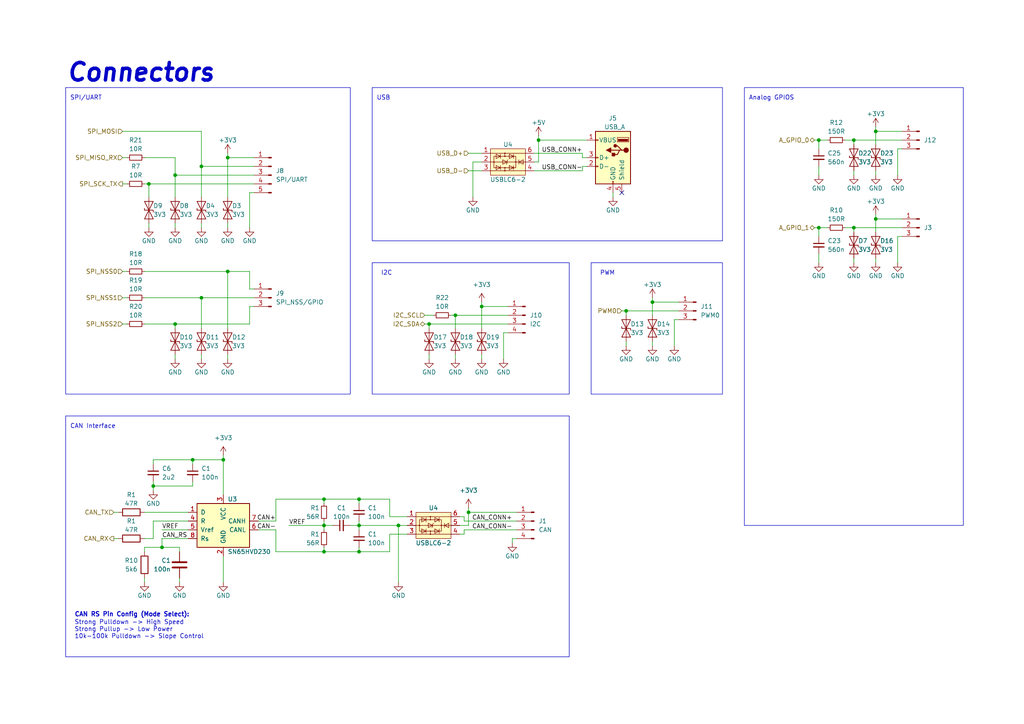
<source format=kicad_sch>
(kicad_sch (version 20230121) (generator eeschema)
  (paper "A4")
  (title_block (title "STM32-DevBoard") (date "2023-08-20") (rev "R0") (company "s-grundner"))
  (lib_symbols
    (symbol "Connector:Conn_01x03_Pin" (pin_names (offset 1.016) hide)
      (property "Reference" "J" (at 0 5.08 0))
      (property "Value" "Conn_01x03_Pin" (at 0 -5.08 0))
      (symbol "Conn_01x03_Pin_1_1"
        (polyline (pts (xy 1.27 -2.54) (xy 0.8636 -2.54)) (stroke (width 0.1524)))
        (polyline (pts (xy 1.27 0) (xy 0.8636 0)) (stroke (width 0.1524)))
        (polyline (pts (xy 1.27 2.54) (xy 0.8636 2.54)) (stroke (width 0.1524)))
        (rectangle (start 0.8636 -2.413) (end 0 -2.667) (stroke (width 0.1524)) (fill (type outline)))
        (rectangle (start 0.8636 0.127) (end 0 -0.127) (stroke (width 0.1524)) (fill (type outline)))
        (rectangle (start 0.8636 2.667) (end 0 2.413) (stroke (width 0.1524)) (fill (type outline)))
        (pin passive line (at 5.08 2.54 180) (length 3.81) (name "Pin_1") (number "1"))
        (pin passive line (at 5.08 0 180) (length 3.81) (name "Pin_2") (number "2"))
        (pin passive line (at 5.08 -2.54 180) (length 3.81) (name "Pin_3") (number "3"))
      )
    )
    (symbol "Connector:Conn_01x04_Pin" (pin_names (offset 1.016) hide)
      (property "Reference" "J" (at 0 5.08 0))
      (property "Value" "Conn_01x04_Pin" (at 0 -7.62 0))
      (symbol "Conn_01x04_Pin_1_1"
        (polyline (pts (xy 1.27 -5.08) (xy 0.8636 -5.08)) (stroke (width 0.1524)))
        (polyline (pts (xy 1.27 -2.54) (xy 0.8636 -2.54)) (stroke (width 0.1524)))
        (polyline (pts (xy 1.27 0) (xy 0.8636 0)) (stroke (width 0.1524)))
        (polyline (pts (xy 1.27 2.54) (xy 0.8636 2.54)) (stroke (width 0.1524)))
        (rectangle (start 0.8636 -4.953) (end 0 -5.207) (stroke (width 0.1524)) (fill (type outline)))
        (rectangle (start 0.8636 -2.413) (end 0 -2.667) (stroke (width 0.1524)) (fill (type outline)))
        (rectangle (start 0.8636 0.127) (end 0 -0.127) (stroke (width 0.1524)) (fill (type outline)))
        (rectangle (start 0.8636 2.667) (end 0 2.413) (stroke (width 0.1524)) (fill (type outline)))
        (pin passive line (at 5.08 2.54 180) (length 3.81) (name "Pin_1") (number "1"))
        (pin passive line (at 5.08 0 180) (length 3.81) (name "Pin_2") (number "2"))
        (pin passive line (at 5.08 -2.54 180) (length 3.81) (name "Pin_3") (number "3"))
        (pin passive line (at 5.08 -5.08 180) (length 3.81) (name "Pin_4") (number "4"))
      )
    )
    (symbol "Connector:Conn_01x05_Pin" (pin_names (offset 1.016) hide)
      (property "Reference" "J" (at 0 7.62 0))
      (property "Value" "Conn_01x05_Pin" (at 0 -7.62 0))
      (symbol "Conn_01x05_Pin_1_1"
        (polyline (pts (xy 1.27 -5.08) (xy 0.8636 -5.08)) (stroke (width 0.1524)))
        (polyline (pts (xy 1.27 -2.54) (xy 0.8636 -2.54)) (stroke (width 0.1524)))
        (polyline (pts (xy 1.27 0) (xy 0.8636 0)) (stroke (width 0.1524)))
        (polyline (pts (xy 1.27 2.54) (xy 0.8636 2.54)) (stroke (width 0.1524)))
        (polyline (pts (xy 1.27 5.08) (xy 0.8636 5.08)) (stroke (width 0.1524)))
        (rectangle (start 0.8636 -4.953) (end 0 -5.207) (stroke (width 0.1524)) (fill (type outline)))
        (rectangle (start 0.8636 -2.413) (end 0 -2.667) (stroke (width 0.1524)) (fill (type outline)))
        (rectangle (start 0.8636 0.127) (end 0 -0.127) (stroke (width 0.1524)) (fill (type outline)))
        (rectangle (start 0.8636 2.667) (end 0 2.413) (stroke (width 0.1524)) (fill (type outline)))
        (rectangle (start 0.8636 5.207) (end 0 4.953) (stroke (width 0.1524)) (fill (type outline)))
        (pin passive line (at 5.08 5.08 180) (length 3.81) (name "Pin_1") (number "1"))
        (pin passive line (at 5.08 2.54 180) (length 3.81) (name "Pin_2") (number "2"))
        (pin passive line (at 5.08 0 180) (length 3.81) (name "Pin_3") (number "3"))
        (pin passive line (at 5.08 -2.54 180) (length 3.81) (name "Pin_4") (number "4"))
        (pin passive line (at 5.08 -5.08 180) (length 3.81) (name "Pin_5") (number "5"))
      )
    )
    (symbol "Connector:USB_A" (pin_names (offset 1.016))
      (property "Reference" "J" (at -5.08 11.43 0))
      (property "Value" "USB_A" (at -5.08 8.89 0))
      (symbol "USB_A_0_1"
        (rectangle (start -5.08 -7.62) (end 5.08 7.62) (stroke (width 0.254)) (fill (type background)))
        (circle (center -3.81 2.159) (radius 0.635) (stroke (width 0.254)) (fill (type outline)))
        (rectangle (start -1.524 4.826) (end -4.318 5.334) (fill (type outline)))
        (rectangle (start -1.27 4.572) (end -4.572 5.842))
        (circle (center -0.635 3.429) (radius 0.381) (stroke (width 0.254)) (fill (type outline)))
        (rectangle (start -0.127 -7.62) (end 0.127 -6.858))
        (polyline (pts (xy -3.175 2.159) (xy -2.54 2.159) (xy -1.27 3.429) (xy -0.635 3.429)) (stroke (width 0.254)))
        (polyline (pts (xy -2.54 2.159) (xy -1.905 2.159) (xy -1.27 0.889) (xy 0 0.889)) (stroke (width 0.254)))
        (polyline (pts (xy 0.635 2.794) (xy 0.635 1.524) (xy 1.905 2.159) (xy 0.635 2.794)) (stroke (width 0.254)) (fill (type outline)))
        (rectangle (start 0.254 1.27) (end -0.508 0.508) (stroke (width 0.254)) (fill (type outline)))
        (rectangle (start 5.08 -2.667) (end 4.318 -2.413))
        (rectangle (start 5.08 -0.127) (end 4.318 0.127))
        (rectangle (start 5.08 4.953) (end 4.318 5.207))
      )
      (symbol "USB_A_1_1"
        (polyline (pts (xy -1.905 2.159) (xy 0.635 2.159)) (stroke (width 0.254)))
        (pin power_in line (at 7.62 5.08 180) (length 2.54) (name "VBUS") (number "1"))
        (pin bidirectional line (at 7.62 -2.54 180) (length 2.54) (name "D-") (number "2"))
        (pin bidirectional line (at 7.62 0 180) (length 2.54) (name "D+") (number "3"))
        (pin power_in line (at 0 -10.16 90) (length 2.54) (name "GND") (number "4"))
        (pin passive line (at -2.54 -10.16 90) (length 2.54) (name "Shield") (number "5"))
      )
    )
    (symbol "Device:C" (pin_numbers hide) (pin_names (offset 0.254))
      (property "Reference" "C" (at 0.635 2.54 0))
      (property "Value" "C" (at 0.635 -2.54 0))
      (symbol "C_0_1"
        (polyline (pts (xy -2.032 -0.762) (xy 2.032 -0.762)) (stroke (width 0.508)))
        (polyline (pts (xy -2.032 0.762) (xy 2.032 0.762)) (stroke (width 0.508)))
      )
      (symbol "C_1_1"
        (pin passive line (at 0 3.81 270) (length 2.794) (name "~") (number "1"))
        (pin passive line (at 0 -3.81 90) (length 2.794) (name "~") (number "2"))
      )
    )
    (symbol "Device:C_Small" (pin_numbers hide) (pin_names (offset 0.254) hide)
      (property "Reference" "C" (at 0.254 1.778 0))
      (property "Value" "C_Small" (at 0.254 -2.032 0))
      (symbol "C_Small_0_1"
        (polyline (pts (xy -1.524 -0.508) (xy 1.524 -0.508)) (stroke (width 0.3302)))
        (polyline (pts (xy -1.524 0.508) (xy 1.524 0.508)) (stroke (width 0.3048)))
      )
      (symbol "C_Small_1_1"
        (pin passive line (at 0 2.54 270) (length 2.032) (name "~") (number "1"))
        (pin passive line (at 0 -2.54 90) (length 2.032) (name "~") (number "2"))
      )
    )
    (symbol "Device:R" (pin_numbers hide) (pin_names (offset 0))
      (property "Reference" "R" (at 2.032 0 90))
      (property "Value" "R" (at 0 0 90))
      (symbol "R_0_1"
        (rectangle (start -1.016 -2.54) (end 1.016 2.54) (stroke (width 0.254)))
      )
      (symbol "R_1_1"
        (pin passive line (at 0 3.81 270) (length 1.27) (name "~") (number "1"))
        (pin passive line (at 0 -3.81 90) (length 1.27) (name "~") (number "2"))
      )
    )
    (symbol "Device:R_Small" (pin_numbers hide) (pin_names (offset 0.254) hide)
      (property "Reference" "R" (at 0.762 0.508 0))
      (property "Value" "R_Small" (at 0.762 -1.016 0))
      (symbol "R_Small_0_1"
        (rectangle (start -0.762 1.778) (end 0.762 -1.778) (stroke (width 0.2032)))
      )
      (symbol "R_Small_1_1"
        (pin passive line (at 0 2.54 270) (length 0.762) (name "~") (number "1"))
        (pin passive line (at 0 -2.54 90) (length 0.762) (name "~") (number "2"))
      )
    )
    (symbol "Diode:ESD9B3.3ST5G" (pin_numbers hide) (pin_names (offset 1.016) hide)
      (property "Reference" "D" (at 0 2.54 0))
      (property "Value" "ESD9B3.3ST5G" (at 0 -2.54 0))
      (symbol "ESD9B3.3ST5G_0_1"
        (polyline (pts (xy 1.27 0) (xy -1.27 0)))
        (polyline (pts (xy -2.54 -1.27) (xy 0 0) (xy -2.54 1.27) (xy -2.54 -1.27)) (stroke (width 0.2032)))
        (polyline (pts (xy 0.508 1.27) (xy 0 1.27) (xy 0 -1.27) (xy -0.508 -1.27)) (stroke (width 0.2032)))
        (polyline (pts (xy 2.54 1.27) (xy 2.54 -1.27) (xy 0 0) (xy 2.54 1.27)) (stroke (width 0.2032)))
      )
      (symbol "ESD9B3.3ST5G_1_1"
        (pin passive line (at -3.81 0 0) (length 2.54) (name "A1") (number "1"))
        (pin passive line (at 3.81 0 180) (length 2.54) (name "A2") (number "2"))
      )
    )
    (symbol "Interface_CAN_LIN:SN65HVD230" (pin_names (offset 1.016))
      (property "Reference" "U" (at -2.54 10.16 0))
      (property "Value" "SN65HVD230" (at -2.54 7.62 0))
      (symbol "SN65HVD230_0_1"
        (rectangle (start -7.62 5.08) (end 7.62 -7.62) (stroke (width 0.254)) (fill (type background)))
      )
      (symbol "SN65HVD230_1_1"
        (pin input line (at -10.16 2.54 0) (length 2.54) (name "D") (number "1"))
        (pin power_in line (at 0 -10.16 90) (length 2.54) (name "GND") (number "2"))
        (pin power_in line (at 0 7.62 270) (length 2.54) (name "VCC") (number "3"))
        (pin output line (at -10.16 0 0) (length 2.54) (name "R") (number "4"))
        (pin output line (at -10.16 -2.54 0) (length 2.54) (name "Vref") (number "5"))
        (pin bidirectional line (at 10.16 -2.54 180) (length 2.54) (name "CANL") (number "6"))
        (pin bidirectional line (at 10.16 0 180) (length 2.54) (name "CANH") (number "7"))
        (pin input line (at -10.16 -5.08 0) (length 2.54) (name "Rs") (number "8"))
      )
    )
    (symbol "Power_Protection:WE-TVS-82400102"
      (property "Reference" "U" (at 0 7.62 0))
      (property "Value" "WE-TVS-82400102" (at 0 5.08 0))
      (symbol "WE-TVS-82400102_0_1"
        (rectangle (start -5.08 3.81) (end 5.08 -3.81) (fill (type background)))
        (circle (center -4.064 0) (radius 0.127))
        (rectangle (start -4.064 1.651) (end 2.286 -1.651))
        (circle (center -0.889 -2.54) (radius 0.127))
        (circle (center -0.889 -1.651) (radius 0.127))
        (circle (center -0.889 1.651) (radius 0.127))
        (circle (center -0.889 2.54) (radius 0.127))
        (polyline (pts (xy -5.08 -2.54) (xy 5.08 -2.54)))
        (polyline (pts (xy -5.08 2.54) (xy 5.08 2.54)))
        (polyline (pts (xy -4.064 0) (xy -5.08 0)))
        (polyline (pts (xy -4.064 0) (xy 2.286 0)) (fill (type outline)))
        (polyline (pts (xy -2.159 -1.016) (xy -2.159 -2.286)))
        (polyline (pts (xy -2.159 2.286) (xy -2.159 1.016)))
        (polyline (pts (xy -0.889 -1.651) (xy -0.889 -2.413)))
        (polyline (pts (xy -0.889 1.651) (xy -0.889 2.54)))
        (polyline (pts (xy -0.508 -0.635) (xy -0.508 -0.635)))
        (polyline (pts (xy 1.651 -1.016) (xy 1.651 -2.286)))
        (polyline (pts (xy 1.651 2.286) (xy 1.651 1.016)))
        (polyline (pts (xy 2.286 0) (xy 5.08 0)))
        (polyline (pts (xy -3.429 -1.016) (xy -3.429 -2.286) (xy -2.159 -1.651) (xy -3.429 -1.016)))
        (polyline (pts (xy -3.429 1.016) (xy -3.429 2.286) (xy -2.159 1.651) (xy -3.429 1.016)))
        (polyline (pts (xy 0 0.635) (xy -0.254 0.381) (xy -0.254 -0.381) (xy -0.508 -0.635)))
        (polyline (pts (xy 0.381 -1.016) (xy 0.381 -2.286) (xy 1.651 -1.651) (xy 0.381 -1.016)))
        (polyline (pts (xy 0.381 1.016) (xy 0.381 2.286) (xy 1.651 1.651) (xy 0.381 1.016)))
        (circle (center 2.286 0) (radius 0.127))
      )
      (symbol "WE-TVS-82400102_1_1"
        (polyline (pts (xy 3.175 0.635) (xy 3.175 -0.635)))
        (polyline (pts (xy -1.524 0.635) (xy -1.524 -0.635) (xy -0.254 0) (xy -1.524 0.635)))
        (polyline (pts (xy 4.445 0.635) (xy 4.445 -0.635) (xy 3.175 0) (xy 4.445 0.635)))
        (pin passive line (at -7.62 2.54 0) (length 2.54) (name "~") (number "1"))
        (pin passive line (at -7.62 0 0) (length 2.54) (name "~") (number "2"))
        (pin passive line (at -7.62 -2.54 0) (length 2.54) (name "~") (number "3"))
        (pin passive line (at 7.62 -2.54 180) (length 2.54) (name "~") (number "4"))
        (pin passive line (at 7.62 0 180) (length 2.54) (name "~") (number "5"))
        (pin passive line (at 7.62 2.54 180) (length 2.54) (name "~") (number "6"))
      )
    )
    (symbol "power:+3V3" (power) (pin_names (offset 0))
      (property "Value" "+3V3" (at 0 3.556 0))
      (symbol "+3V3_0_1"
        (polyline (pts (xy -0.762 1.27) (xy 0 2.54)))
        (polyline (pts (xy 0 0) (xy 0 2.54)))
        (polyline (pts (xy 0 2.54) (xy 0.762 1.27)))
      )
      (symbol "+3V3_1_1"
        (pin power_in line (at 0 0 90) (length 0) hide (name "+3V3") (number "1"))
      )
    )
    (symbol "power:+5V" (power) (pin_names (offset 0))
      (property "Value" "+5V" (at 0 3.556 0))
      (symbol "+5V_0_1"
        (polyline (pts (xy -0.762 1.27) (xy 0 2.54)))
        (polyline (pts (xy 0 0) (xy 0 2.54)))
        (polyline (pts (xy 0 2.54) (xy 0.762 1.27)))
      )
      (symbol "+5V_1_1"
        (pin power_in line (at 0 0 90) (length 0) hide (name "+5V") (number "1"))
      )
    )
    (symbol "power:GND" (power) (pin_names (offset 0))
      (property "Value" "GND" (at 0 -3.81 0))
      (symbol "GND_0_1"
        (polyline (pts (xy 0 0) (xy 0 -1.27) (xy 1.27 -1.27) (xy 0 -2.54) (xy -1.27 -1.27) (xy 0 -1.27)))
      )
      (symbol "GND_1_1"
        (pin power_in line (at 0 0 270) (length 0) hide (name "GND") (number "1"))
      )
    )
  )
  (junction (at 64.77 133.35))
  (junction (at 254 38.1))
  (junction (at 93.98 160.02))
  (junction (at 66.04 78.74))
  (junction (at 237.49 66.04))
  (junction (at 58.42 86.36))
  (junction (at 132.08 91.44))
  (junction (at 104.14 160.02))
  (junction (at 247.65 66.04))
  (junction (at 115.57 152.4))
  (junction (at 254 63.5))
  (junction (at 139.7 88.9))
  (junction (at 181.61 90.17))
  (junction (at 44.45 140.97))
  (junction (at 55.88 133.35))
  (junction (at 93.98 152.4))
  (junction (at 46.99 158.75))
  (junction (at 50.8 50.8))
  (junction (at 50.8 93.98))
  (junction (at 104.14 144.78))
  (junction (at 43.18 53.34))
  (junction (at 237.49 40.64))
  (junction (at 247.65 40.64))
  (junction (at 156.21 40.64))
  (junction (at 189.23 87.63))
  (junction (at 58.42 48.26))
  (junction (at 93.98 144.78))
  (junction (at 66.04 45.72))
  (junction (at 135.89 148.59))
  (junction (at 124.46 93.98))
  (junction (at 104.14 152.4))
  (no_connect (at 180.34 55.88))
  (wire (pts (xy 33.02 156.21) (xy 34.29 156.21)))
  (wire (pts (xy 58.42 66.04) (xy 58.42 64.77)))
  (wire (pts (xy 66.04 44.45) (xy 66.04 45.72)))
  (wire (pts (xy 55.88 139.7) (xy 55.88 140.97)))
  (wire (pts (xy 50.8 93.98) (xy 72.39 93.98)))
  (wire (pts (xy 93.98 151.13) (xy 93.98 152.4)))
  (wire (pts (xy 156.21 40.64) (xy 156.21 46.99)))
  (wire (pts (xy 237.49 66.04) (xy 240.03 66.04)))
  (wire (pts (xy 35.56 38.1) (xy 58.42 38.1)))
  (wire (pts (xy 237.49 40.64) (xy 240.03 40.64)))
  (wire (pts (xy 44.45 133.35) (xy 44.45 134.62)))
  (wire (pts (xy 181.61 90.17) (xy 181.61 91.44)))
  (wire (pts (xy 41.91 158.75) (xy 46.99 158.75)))
  (wire (pts (xy 41.91 45.72) (xy 50.8 45.72)))
  (wire (pts (xy 247.65 76.2) (xy 247.65 74.93)))
  (wire (pts (xy 93.98 152.4) (xy 96.52 152.4)))
  (wire (pts (xy 93.98 152.4) (xy 93.98 153.67)))
  (wire (pts (xy 254 38.1) (xy 261.62 38.1)))
  (wire (pts (xy 54.61 151.13) (xy 44.45 151.13)))
  (wire (pts (xy 189.23 91.44) (xy 189.23 87.63)))
  (wire (pts (xy 41.91 86.36) (xy 58.42 86.36)))
  (wire (pts (xy 41.91 158.75) (xy 41.91 160.02)))
  (wire (pts (xy 177.8 57.15) (xy 177.8 55.88)))
  (wire (pts (xy 156.21 39.37) (xy 156.21 40.64)))
  (wire (pts (xy 254 62.23) (xy 254 63.5)))
  (wire (pts (xy 254 67.31) (xy 254 63.5)))
  (wire (pts (xy 64.77 168.91) (xy 64.77 161.29)))
  (wire (pts (xy 134.62 151.13) (xy 149.86 151.13)))
  (wire (pts (xy 74.93 151.13) (xy 80.01 151.13)))
  (wire (pts (xy 181.61 90.17) (xy 196.85 90.17)))
  (wire (pts (xy 72.39 88.9) (xy 72.39 93.98)))
  (wire (pts (xy 139.7 104.14) (xy 139.7 102.87)))
  (wire (pts (xy 41.91 168.91) (xy 41.91 167.64)))
  (wire (pts (xy 168.91 45.72) (xy 168.91 44.45)))
  (wire (pts (xy 52.07 158.75) (xy 52.07 160.02)))
  (wire (pts (xy 50.8 104.14) (xy 50.8 102.87)))
  (wire (pts (xy 254 63.5) (xy 261.62 63.5)))
  (wire (pts (xy 139.7 46.99) (xy 137.16 46.99)))
  (wire (pts (xy 80.01 153.67) (xy 80.01 160.02)))
  (wire (pts (xy 113.03 154.94) (xy 118.11 154.94)))
  (wire (pts (xy 245.11 40.64) (xy 247.65 40.64)))
  (wire (pts (xy 44.45 140.97) (xy 44.45 139.7)))
  (wire (pts (xy 93.98 158.75) (xy 93.98 160.02)))
  (wire (pts (xy 247.65 66.04) (xy 247.65 67.31)))
  (wire (pts (xy 35.56 45.72) (xy 36.83 45.72)))
  (wire (pts (xy 146.05 96.52) (xy 147.32 96.52)))
  (wire (pts (xy 72.39 66.04) (xy 72.39 55.88)))
  (wire (pts (xy 168.91 48.26) (xy 170.18 48.26)))
  (wire (pts (xy 43.18 66.04) (xy 43.18 64.77)))
  (wire (pts (xy 33.02 148.59) (xy 34.29 148.59)))
  (wire (pts (xy 124.46 93.98) (xy 124.46 95.25)))
  (wire (pts (xy 35.56 53.34) (xy 36.83 53.34)))
  (wire (pts (xy 156.21 40.64) (xy 170.18 40.64)))
  (wire (pts (xy 41.91 78.74) (xy 66.04 78.74)))
  (wire (pts (xy 104.14 152.4) (xy 104.14 153.67)))
  (wire (pts (xy 104.14 144.78) (xy 113.03 144.78)))
  (wire (pts (xy 66.04 66.04) (xy 66.04 64.77)))
  (wire (pts (xy 46.99 156.21) (xy 54.61 156.21)))
  (wire (pts (xy 133.35 149.86) (xy 134.62 149.86)))
  (wire (pts (xy 135.89 148.59) (xy 149.86 148.59)))
  (wire (pts (xy 247.65 40.64) (xy 261.62 40.64)))
  (wire (pts (xy 181.61 90.17) (xy 180.34 90.17)))
  (wire (pts (xy 58.42 104.14) (xy 58.42 102.87)))
  (wire (pts (xy 237.49 50.8) (xy 237.49 48.26)))
  (wire (pts (xy 104.14 152.4) (xy 115.57 152.4)))
  (wire (pts (xy 80.01 144.78) (xy 93.98 144.78)))
  (wire (pts (xy 66.04 57.15) (xy 66.04 45.72)))
  (wire (pts (xy 44.45 140.97) (xy 55.88 140.97)))
  (wire (pts (xy 93.98 160.02) (xy 104.14 160.02)))
  (wire (pts (xy 44.45 142.24) (xy 44.45 140.97)))
  (wire (pts (xy 64.77 133.35) (xy 55.88 133.35)))
  (wire (pts (xy 247.65 40.64) (xy 247.65 41.91)))
  (wire (pts (xy 50.8 93.98) (xy 50.8 95.25)))
  (wire (pts (xy 237.49 43.18) (xy 237.49 40.64)))
  (wire (pts (xy 35.56 86.36) (xy 36.83 86.36)))
  (wire (pts (xy 50.8 45.72) (xy 50.8 50.8)))
  (wire (pts (xy 134.62 153.67) (xy 149.86 153.67)))
  (wire (pts (xy 64.77 133.35) (xy 64.77 143.51)))
  (wire (pts (xy 154.94 49.53) (xy 168.91 49.53)))
  (wire (pts (xy 236.22 40.64) (xy 237.49 40.64)))
  (wire (pts (xy 58.42 48.26) (xy 73.66 48.26)))
  (wire (pts (xy 135.89 44.45) (xy 139.7 44.45)))
  (wire (pts (xy 115.57 152.4) (xy 118.11 152.4)))
  (wire (pts (xy 237.49 76.2) (xy 237.49 73.66)))
  (wire (pts (xy 148.59 157.48) (xy 148.59 156.21)))
  (wire (pts (xy 41.91 148.59) (xy 54.61 148.59)))
  (wire (pts (xy 101.6 152.4) (xy 104.14 152.4)))
  (wire (pts (xy 135.89 148.59) (xy 135.89 152.4)))
  (wire (pts (xy 73.66 83.82) (xy 72.39 83.82)))
  (wire (pts (xy 147.32 91.44) (xy 132.08 91.44)))
  (wire (pts (xy 254 41.91) (xy 254 38.1)))
  (wire (pts (xy 66.04 78.74) (xy 66.04 95.25)))
  (wire (pts (xy 55.88 133.35) (xy 55.88 134.62)))
  (wire (pts (xy 196.85 92.71) (xy 195.58 92.71)))
  (wire (pts (xy 254 50.8) (xy 254 49.53)))
  (wire (pts (xy 154.94 46.99) (xy 156.21 46.99)))
  (wire (pts (xy 72.39 83.82) (xy 72.39 78.74)))
  (wire (pts (xy 83.82 152.4) (xy 93.98 152.4)))
  (wire (pts (xy 46.99 158.75) (xy 52.07 158.75)))
  (wire (pts (xy 134.62 154.94) (xy 134.62 153.67)))
  (wire (pts (xy 41.91 53.34) (xy 43.18 53.34)))
  (wire (pts (xy 72.39 55.88) (xy 73.66 55.88)))
  (wire (pts (xy 132.08 104.14) (xy 132.08 102.87)))
  (wire (pts (xy 35.56 93.98) (xy 36.83 93.98)))
  (wire (pts (xy 46.99 156.21) (xy 46.99 158.75)))
  (wire (pts (xy 254 36.83) (xy 254 38.1)))
  (wire (pts (xy 50.8 50.8) (xy 73.66 50.8)))
  (wire (pts (xy 260.35 43.18) (xy 260.35 50.8)))
  (wire (pts (xy 64.77 132.08) (xy 64.77 133.35)))
  (wire (pts (xy 74.93 153.67) (xy 80.01 153.67)))
  (wire (pts (xy 123.19 91.44) (xy 125.73 91.44)))
  (wire (pts (xy 135.89 49.53) (xy 139.7 49.53)))
  (wire (pts (xy 195.58 92.71) (xy 195.58 100.33)))
  (wire (pts (xy 44.45 156.21) (xy 41.91 156.21)))
  (wire (pts (xy 261.62 68.58) (xy 260.35 68.58)))
  (wire (pts (xy 134.62 149.86) (xy 134.62 151.13)))
  (wire (pts (xy 43.18 53.34) (xy 43.18 57.15)))
  (wire (pts (xy 133.35 152.4) (xy 135.89 152.4)))
  (wire (pts (xy 80.01 160.02) (xy 93.98 160.02)))
  (wire (pts (xy 247.65 50.8) (xy 247.65 49.53)))
  (wire (pts (xy 124.46 93.98) (xy 147.32 93.98)))
  (wire (pts (xy 189.23 86.36) (xy 189.23 87.63)))
  (wire (pts (xy 237.49 68.58) (xy 237.49 66.04)))
  (wire (pts (xy 148.59 156.21) (xy 149.86 156.21)))
  (wire (pts (xy 113.03 149.86) (xy 113.03 144.78)))
  (wire (pts (xy 139.7 87.63) (xy 139.7 88.9)))
  (wire (pts (xy 104.14 160.02) (xy 113.03 160.02)))
  (wire (pts (xy 44.45 133.35) (xy 55.88 133.35)))
  (wire (pts (xy 44.45 151.13) (xy 44.45 156.21)))
  (wire (pts (xy 93.98 144.78) (xy 93.98 146.05)))
  (wire (pts (xy 58.42 86.36) (xy 73.66 86.36)))
  (wire (pts (xy 254 76.2) (xy 254 74.93)))
  (wire (pts (xy 260.35 68.58) (xy 260.35 76.2)))
  (wire (pts (xy 247.65 66.04) (xy 261.62 66.04)))
  (wire (pts (xy 104.14 151.13) (xy 104.14 152.4)))
  (wire (pts (xy 139.7 88.9) (xy 147.32 88.9)))
  (wire (pts (xy 181.61 100.33) (xy 181.61 99.06)))
  (wire (pts (xy 115.57 152.4) (xy 115.57 168.91)))
  (wire (pts (xy 72.39 88.9) (xy 73.66 88.9)))
  (wire (pts (xy 41.91 93.98) (xy 50.8 93.98)))
  (wire (pts (xy 104.14 158.75) (xy 104.14 160.02)))
  (wire (pts (xy 66.04 45.72) (xy 73.66 45.72)))
  (wire (pts (xy 52.07 168.91) (xy 52.07 167.64)))
  (wire (pts (xy 168.91 45.72) (xy 170.18 45.72)))
  (wire (pts (xy 132.08 91.44) (xy 130.81 91.44)))
  (wire (pts (xy 43.18 53.34) (xy 73.66 53.34)))
  (wire (pts (xy 118.11 149.86) (xy 113.03 149.86)))
  (wire (pts (xy 146.05 96.52) (xy 146.05 104.14)))
  (wire (pts (xy 133.35 154.94) (xy 134.62 154.94)))
  (wire (pts (xy 58.42 86.36) (xy 58.42 95.25)))
  (wire (pts (xy 80.01 151.13) (xy 80.01 144.78)))
  (wire (pts (xy 189.23 87.63) (xy 196.85 87.63)))
  (wire (pts (xy 261.62 43.18) (xy 260.35 43.18)))
  (wire (pts (xy 113.03 160.02) (xy 113.03 154.94)))
  (wire (pts (xy 46.99 153.67) (xy 54.61 153.67)))
  (wire (pts (xy 50.8 50.8) (xy 50.8 57.15)))
  (wire (pts (xy 137.16 46.99) (xy 137.16 57.15)))
  (wire (pts (xy 58.42 48.26) (xy 58.42 57.15)))
  (wire (pts (xy 154.94 44.45) (xy 168.91 44.45)))
  (wire (pts (xy 58.42 38.1) (xy 58.42 48.26)))
  (wire (pts (xy 132.08 91.44) (xy 132.08 95.25)))
  (wire (pts (xy 189.23 100.33) (xy 189.23 99.06)))
  (wire (pts (xy 245.11 66.04) (xy 247.65 66.04)))
  (wire (pts (xy 135.89 147.32) (xy 135.89 148.59)))
  (wire (pts (xy 35.56 78.74) (xy 36.83 78.74)))
  (wire (pts (xy 124.46 104.14) (xy 124.46 102.87)))
  (wire (pts (xy 104.14 144.78) (xy 104.14 146.05)))
  (wire (pts (xy 93.98 144.78) (xy 104.14 144.78)))
  (wire (pts (xy 236.22 66.04) (xy 237.49 66.04)))
  (wire (pts (xy 168.91 49.53) (xy 168.91 48.26)))
  (wire (pts (xy 139.7 95.25) (xy 139.7 88.9)))
  (wire (pts (xy 50.8 66.04) (xy 50.8 64.77)))
  (wire (pts (xy 66.04 104.14) (xy 66.04 102.87)))
  (wire (pts (xy 123.19 93.98) (xy 124.46 93.98)))
  (wire (pts (xy 66.04 78.74) (xy 72.39 78.74)))
  (rectangle (start 171.45 76.2) (end 209.55 114.3))
  (rectangle (start 19.05 25.4) (end 101.6 114.3))
  (rectangle (start 107.95 25.4) (end 209.55 69.85))
  (rectangle (start 107.95 76.2) (end 165.1 114.3))
  (rectangle (start 215.9 25.4) (end 279.4 152.4))
  (rectangle (start 19.05 120.65) (end 165.1 190.5))
  (text "USB" (at 109.22 29.21 0) (effects (font (size 1.27 1.27)) (justify left bottom)))
  (text "I2C\n" (at 110.49 80.01 0) (effects (font (size 1.27 1.27)) (justify left bottom)))
  (text "Analog GPIOS" (at 217.17 29.21 0) (effects (font (size 1.27 1.27)) (justify left bottom)))
  (text "Strong Pulldown -> High Speed\nStrong Pullup -> Low Power\n10k-100k Pulldown -> Slope Control" (at 21.59 185.42 0) (effects (font (size 1.27 1.27)) (justify left bottom)))
  (text "CAN RS Pin Config (Mode Select):" (at 21.59 179.07 0) (effects (font (size 1.27 1.27) (thickness 0.254) bold) (justify left bottom)))
  (text "CAN Interface" (at 20.32 124.46 0) (effects (font (size 1.27 1.27)) (justify left bottom)))
  (text "PWM\n" (at 173.99 80.01 0) (effects (font (size 1.27 1.27)) (justify left bottom)))
  (text "SPI/UART" (at 20.32 29.21 0) (effects (font (size 1.27 1.27)) (justify left bottom)))
  (text "Connectors\n" (at 19.05 24.13 0) (effects (font (size 5.08 5.08) (thickness 1.016) bold italic) (justify left bottom)))
  (label "CAN_CONN-" (at 148.59 153.67 180))
  (label "VREF" (at 83.82 152.4 0))
  (label "CAN+" (at 80.01 151.13 180))
  (label "CAN-" (at 80.01 153.67 180))
  (label "USB_CONN-" (at 168.91 49.53 180))
  (label "CAN_RS" (at 46.99 156.21 0))
  (label "CAN_CONN+" (at 148.59 151.13 180))
  (label "VREF" (at 46.99 153.67 0))
  (label "USB_CONN+" (at 168.91 44.45 180))
  (hierarchical_label "PWM0" (shape input) (at 180.34 90.17 180))
  (hierarchical_label "A_GPIO_1" (shape bidirectional) (at 236.22 66.04 180))
  (hierarchical_label "SPI_MOSI" (shape input) (at 35.56 38.1 180))
  (hierarchical_label "CAN_RX" (shape output) (at 33.02 156.21 180))
  (hierarchical_label "SPI_NSS0" (shape input) (at 35.56 78.74 180))
  (hierarchical_label "SPI_SCK_TX" (shape output) (at 35.56 53.34 180))
  (hierarchical_label "SPI_NSS1" (shape input) (at 35.56 86.36 180))
  (hierarchical_label "I2C_SDA" (shape bidirectional) (at 123.19 93.98 180))
  (hierarchical_label "I2C_SCL" (shape input) (at 123.19 91.44 180))
  (hierarchical_label "USB_D-" (shape input) (at 135.89 49.53 180))
  (hierarchical_label "A_GPIO_0" (shape bidirectional) (at 236.22 40.64 180))
  (hierarchical_label "SPI_MISO_RX" (shape input) (at 35.56 45.72 180))
  (hierarchical_label "CAN_TX" (shape input) (at 33.02 148.59 180))
  (hierarchical_label "USB_D+" (shape input) (at 135.89 44.45 180))
  (hierarchical_label "SPI_NSS2" (shape input) (at 35.56 93.98 180))
  (symbol (lib_id "Device:R") (at 41.91 163.83 180) (unit 1)
    (property "Reference" "R10" (at 38.1 162.56 0))
    (property "Value" "5k6" (at 38.1 165.1 0))
    (property "Footprint" "Resistor_SMD:R_0805_2012Metric_Pad1.20x1.40mm_HandSolder" (effects hide))
    (instances (project "STM32F4_HexGauge_V3" (path "" (reference "R10") (unit 1)) (path "" (reference "R16") (unit 1))) (project "IMU" (path "" (reference "R10") (unit 1))) (project "STM32_DevBoard" (path "" (reference "R16") (unit 1))))
  )
  (symbol (lib_id "Diode:ESD9B3.3ST5G") (at 189.23 95.25 90) (unit 1)
    (property "Reference" "D14" (at 190.5 93.98 90) (effects (justify right)))
    (property "Value" "3V3" (at 190.5 96.52 90) (effects (justify right)))
    (property "Footprint" "Diode_SMD:D_SOD-923" (effects hide))
    (property "Datasheet" "https://www.onsemi.com/pub/Collateral/ESD9B-D.PDF" (effects hide))
    (property "LCSC" "C96512" (effects hide))
  )
  (symbol (lib_id "power:GND") (at 177.8 57.15 0) (unit 1)
    (property "Reference" "#PWR032" (effects hide))
    (property "Value" "GND" (at 177.8 60.96 0))
  )
  (symbol (lib_id "power:GND") (at 254 76.2 0) (unit 1)
    (property "Reference" "#PWR050" (effects hide))
    (property "Value" "GND" (at 254 80.01 0))
  )
  (symbol (lib_id "Diode:ESD9B3.3ST5G") (at 132.08 99.06 90) (unit 1)
    (property "Reference" "D18" (at 133.35 97.79 90) (effects (justify right)))
    (property "Value" "3V3" (at 133.35 100.33 90) (effects (justify right)))
    (property "Footprint" "Diode_SMD:D_SOD-923" (effects hide))
    (property "Datasheet" "https://www.onsemi.com/pub/Collateral/ESD9B-D.PDF" (effects hide))
    (property "LCSC" "C96512" (effects hide))
  )
  (symbol (lib_id "Diode:ESD9B3.3ST5G") (at 254 71.12 90) (unit 1)
    (property "Reference" "D16" (at 255.27 69.85 90) (effects (justify right)))
    (property "Value" "3V3" (at 255.27 72.39 90) (effects (justify right)))
    (property "Footprint" "Diode_SMD:D_SOD-923" (effects hide))
    (property "Datasheet" "https://www.onsemi.com/pub/Collateral/ESD9B-D.PDF" (effects hide))
    (property "LCSC" "C96512" (effects hide))
  )
  (symbol (lib_id "Diode:ESD9B3.3ST5G") (at 66.04 99.06 90) (unit 1)
    (property "Reference" "D12" (at 67.31 97.79 90) (effects (justify right)))
    (property "Value" "3V3" (at 67.31 100.33 90) (effects (justify right)))
    (property "Footprint" "Diode_SMD:D_SOD-923" (effects hide))
    (property "Datasheet" "https://www.onsemi.com/pub/Collateral/ESD9B-D.PDF" (effects hide))
    (property "LCSC" "C96512" (effects hide))
  )
  (symbol (lib_id "Interface_CAN_LIN:SN65HVD230") (at 64.77 151.13 0) (unit 1)
    (property "Reference" "U3" (at 66.04 144.78 0) (effects (justify left)))
    (property "Value" "SN65HVD230" (at 66.04 160.02 0) (effects (justify left)))
    (property "Footprint" "Package_SO:SOIC-8_3.9x4.9mm_P1.27mm" (effects hide))
    (property "Datasheet" "https://www.ti.com/lit/ds/symlink/sn65hvd230.pdf?ts=1690907179673" (effects hide))
    (instances (project "STM32F4_HexGauge_V3" (path "" (reference "U3") (unit 1))) (project "IMU" (path "" (reference "U3") (unit 1))) (project "STM32_DevBoard" (path "" (reference "U6") (unit 1))))
  )
  (symbol (lib_id "power:GND") (at 148.59 157.48 0) (unit 1)
    (property "Reference" "#PWR032" (effects hide))
    (property "Value" "GND" (at 148.59 161.29 0))
    (instances (project "STM32F4_HexGauge_V3" (path "" (reference "#PWR032") (unit 1))) (project "IMU" (path "" (reference "#PWR032") (unit 1))) (project "STM32_DevBoard" (path "" (reference "#PWR062") (unit 1))))
  )
  (symbol (lib_id "Diode:ESD9B3.3ST5G") (at 139.7 99.06 90) (unit 1)
    (property "Reference" "D19" (at 140.97 97.79 90) (effects (justify right)))
    (property "Value" "3V3" (at 140.97 100.33 90) (effects (justify right)))
    (property "Footprint" "Diode_SMD:D_SOD-923" (effects hide))
    (property "Datasheet" "https://www.onsemi.com/pub/Collateral/ESD9B-D.PDF" (effects hide))
    (property "LCSC" "C96512" (effects hide))
  )
  (symbol (lib_id "Device:C_Small") (at 237.49 71.12 0) (unit 1)
    (property "Reference" "C23" (at 240.03 69.85 0) (effects (justify left)))
    (property "Value" "560n" (at 240.03 72.39 0) (effects (justify left)))
    (property "Footprint" "Capacitor_SMD:C_0805_2012Metric_Pad1.18x1.45mm_HandSolder" (effects hide))
  )
  (symbol (lib_id "Device:R_Small") (at 39.37 53.34 90) (unit 1)
    (property "Reference" "R7" (at 39.37 48.26 90))
    (property "Value" "10R" (at 39.37 50.8 90))
    (property "Footprint" "Resistor_SMD:R_0805_2012Metric_Pad1.20x1.40mm_HandSolder" (effects hide))
  )
  (symbol (lib_id "power:+3V3") (at 254 36.83 0) (unit 1)
    (property "Reference" "#PWR082" (effects hide))
    (property "Value" "+3V3" (at 254 33.02 0))
  )
  (symbol (lib_id "Device:R") (at 38.1 148.59 90) (unit 1)
    (property "Reference" "R1" (at 38.1 143.51 90))
    (property "Value" "47R" (at 38.1 146.05 90))
    (property "Footprint" "Resistor_SMD:R_0805_2012Metric_Pad1.20x1.40mm_HandSolder" (effects hide))
    (instances (project "STM32F4_HexGauge_V3" (path "" (reference "R1") (unit 1)) (path "" (reference "R1") (unit 1)) (path "" (reference "R12") (unit 1))) (project "IMU" (path "" (reference "R1") (unit 1))) (project "STM32_DevBoard" (path "" (reference "R9") (unit 1))))
  )
  (symbol (lib_id "Device:R_Small") (at 242.57 66.04 90) (unit 1)
    (property "Reference" "R10" (at 242.57 60.96 90))
    (property "Value" "150R" (at 242.57 63.5 90))
    (property "Footprint" "Resistor_SMD:R_0805_2012Metric_Pad1.20x1.40mm_HandSolder" (effects hide))
  )
  (symbol (lib_id "Connector:Conn_01x03_Pin") (at 266.7 40.64 0) (mirror y) (unit 1)
    (property "Reference" "J12" (at 267.97 40.64 0) (effects (justify right)))
    (property "Value" "Conn_01x03_Pin" (effects hide))
    (property "Footprint" "Connector_Molex:Molex_Micro-Latch_53254-0370_1x03_P2.00mm_Horizontal" (effects hide))
  )
  (symbol (lib_id "power:GND") (at 195.58 100.33 0) (unit 1)
    (property "Reference" "#PWR076" (effects hide))
    (property "Value" "GND" (at 195.58 104.14 0))
  )
  (symbol (lib_id "power:GND") (at 44.45 142.24 0) (unit 1)
    (property "Reference" "#PWR030" (effects hide))
    (property "Value" "GND" (at 44.45 146.05 0))
    (instances (project "STM32F4_HexGauge_V3" (path "" (reference "#PWR030") (unit 1))) (project "IMU" (path "" (reference "#PWR030") (unit 1))) (project "STM32_DevBoard" (path "" (reference "#PWR054") (unit 1))))
  )
  (symbol (lib_id "Device:C_Small") (at 104.14 156.21 0) (unit 1)
    (property "Reference" "C1" (at 106.68 154.94 0) (effects (justify left)))
    (property "Value" "100n" (at 106.68 157.48 0) (effects (justify left)))
    (property "Footprint" "Capacitor_SMD:C_0805_2012Metric_Pad1.18x1.45mm_HandSolder" (effects hide))
    (instances (project "STM32F4_HexGauge_V3" (path "" (reference "C1") (unit 1)) (path "" (reference "C6") (unit 1)) (path "" (reference "C23") (unit 1))) (project "IMU" (path "" (reference "C1") (unit 1))) (project "STM32_DevBoard" (path "" (reference "C30") (unit 1))))
  )
  (symbol (lib_id "power:GND") (at 58.42 66.04 0) (unit 1)
    (property "Reference" "#PWR065" (effects hide))
    (property "Value" "GND" (at 58.42 69.85 0))
  )
  (symbol (lib_id "power:+3V3") (at 64.77 132.08 0) (unit 1)
    (property "Reference" "#PWR01" (effects hide))
    (property "Value" "+3V3" (at 64.77 127 0))
    (instances (project "STM32F4_HexGauge_V3" (path "" (reference "#PWR01") (unit 1)) (path "" (reference "#PWR01") (unit 1)) (path "" (reference "#PWR026") (unit 1))) (project "IMU" (path "" (reference "#PWR01") (unit 1))) (project "STM32_DevBoard" (path "" (reference "#PWR045") (unit 1))))
  )
  (symbol (lib_id "Connector:Conn_01x03_Pin") (at 78.74 86.36 0) (mirror y) (unit 1)
    (property "Reference" "J9" (at 80.01 85.09 0) (effects (justify right)))
    (property "Value" "SPI_NSS/GPIO" (at 80.01 87.63 0) (effects (justify right)))
    (property "Footprint" "Connector_PinHeader_2.54mm:PinHeader_1x03_P2.54mm_Vertical" (effects hide))
  )
  (symbol (lib_id "Device:C_Small") (at 99.06 152.4 90) (unit 1)
    (property "Reference" "C1" (at 99.06 147.32 90))
    (property "Value" "100n" (at 99.06 149.86 90))
    (property "Footprint" "Capacitor_SMD:C_0805_2012Metric_Pad1.18x1.45mm_HandSolder" (effects hide))
    (instances (project "STM32F4_HexGauge_V3" (path "" (reference "C1") (unit 1)) (path "" (reference "C6") (unit 1)) (path "" (reference "C22") (unit 1))) (project "IMU" (path "" (reference "C1") (unit 1))) (project "STM32_DevBoard" (path "" (reference "C29") (unit 1))))
  )
  (symbol (lib_id "Device:R") (at 38.1 156.21 90) (unit 1)
    (property "Reference" "R1" (at 38.1 151.13 90))
    (property "Value" "47R" (at 38.1 153.67 90))
    (property "Footprint" "Resistor_SMD:R_0805_2012Metric_Pad1.20x1.40mm_HandSolder" (effects hide))
    (instances (project "STM32F4_HexGauge_V3" (path "" (reference "R1") (unit 1)) (path "" (reference "R1") (unit 1)) (path "" (reference "R14") (unit 1))) (project "IMU" (path "" (reference "R1") (unit 1))) (project "STM32_DevBoard" (path "" (reference "R14") (unit 1))))
  )
  (symbol (lib_id "Diode:ESD9B3.3ST5G") (at 58.42 99.06 90) (unit 1)
    (property "Reference" "D11" (at 59.69 97.79 90) (effects (justify right)))
    (property "Value" "3V3" (at 59.69 100.33 90) (effects (justify right)))
    (property "Footprint" "Diode_SMD:D_SOD-923" (effects hide))
    (property "Datasheet" "https://www.onsemi.com/pub/Collateral/ESD9B-D.PDF" (effects hide))
    (property "LCSC" "C96512" (effects hide))
  )
  (symbol (lib_id "power:GND") (at 50.8 104.14 0) (unit 1)
    (property "Reference" "#PWR071" (effects hide))
    (property "Value" "GND" (at 50.8 107.95 0))
  )
  (symbol (lib_id "power:GND") (at 247.65 50.8 0) (unit 1)
    (property "Reference" "#PWR084" (effects hide))
    (property "Value" "GND" (at 247.65 54.61 0))
  )
  (symbol (lib_id "Diode:ESD9B3.3ST5G") (at 247.65 45.72 90) (unit 1)
    (property "Reference" "D22" (at 248.92 44.45 90) (effects (justify right)))
    (property "Value" "3V3" (at 248.92 46.99 90) (effects (justify right)))
    (property "Footprint" "Diode_SMD:D_SOD-923" (effects hide))
    (property "Datasheet" "https://www.onsemi.com/pub/Collateral/ESD9B-D.PDF" (effects hide))
    (property "LCSC" "C96512" (effects hide))
  )
  (symbol (lib_id "Device:C_Small") (at 104.14 148.59 0) (unit 1)
    (property "Reference" "C1" (at 106.68 147.32 0) (effects (justify left)))
    (property "Value" "100n" (at 106.68 149.86 0) (effects (justify left)))
    (property "Footprint" "Capacitor_SMD:C_0805_2012Metric_Pad1.18x1.45mm_HandSolder" (effects hide))
    (instances (project "STM32F4_HexGauge_V3" (path "" (reference "C1") (unit 1)) (path "" (reference "C6") (unit 1)) (path "" (reference "C21") (unit 1))) (project "IMU" (path "" (reference "C1") (unit 1))) (project "STM32_DevBoard" (path "" (reference "C28") (unit 1))))
  )
  (symbol (lib_id "power:GND") (at 66.04 104.14 0) (unit 1)
    (property "Reference" "#PWR069" (effects hide))
    (property "Value" "GND" (at 66.04 107.95 0))
  )
  (symbol (lib_id "power:GND") (at 115.57 168.91 0) (unit 1)
    (property "Reference" "#PWR032" (effects hide))
    (property "Value" "GND" (at 115.57 172.72 0))
    (instances (project "STM32F4_HexGauge_V3" (path "" (reference "#PWR032") (unit 1))) (project "IMU" (path "" (reference "#PWR032") (unit 1))) (project "STM32_DevBoard" (path "" (reference "#PWR056") (unit 1))))
  )
  (symbol (lib_id "Device:R_Small") (at 128.27 91.44 90) (unit 1)
    (property "Reference" "R22" (at 128.27 86.36 90))
    (property "Value" "10R" (at 128.27 88.9 90))
    (property "Footprint" "Resistor_SMD:R_0805_2012Metric_Pad1.20x1.40mm_HandSolder" (effects hide))
  )
  (symbol (lib_id "power:+5V") (at 156.21 39.37 0) (unit 1)
    (property "Reference" "#PWR060" (effects hide))
    (property "Value" "+5V" (at 156.21 35.56 0))
  )
  (symbol (lib_id "power:GND") (at 58.42 104.14 0) (unit 1)
    (property "Reference" "#PWR070" (effects hide))
    (property "Value" "GND" (at 58.42 107.95 0))
  )
  (symbol (lib_id "Diode:ESD9B3.3ST5G") (at 181.61 95.25 90) (unit 1)
    (property "Reference" "D13" (at 182.88 93.98 90) (effects (justify right)))
    (property "Value" "3V3" (at 182.88 96.52 90) (effects (justify right)))
    (property "Footprint" "Diode_SMD:D_SOD-923" (effects hide))
    (property "Datasheet" "https://www.onsemi.com/pub/Collateral/ESD9B-D.PDF" (effects hide))
    (property "LCSC" "C96512" (effects hide))
  )
  (symbol (lib_id "Diode:ESD9B3.3ST5G") (at 247.65 71.12 90) (unit 1)
    (property "Reference" "D7" (at 248.92 69.85 90) (effects (justify right)))
    (property "Value" "3V3" (at 248.92 72.39 90) (effects (justify right)))
    (property "Footprint" "Diode_SMD:D_SOD-923" (effects hide))
    (property "Datasheet" "https://www.onsemi.com/pub/Collateral/ESD9B-D.PDF" (effects hide))
    (property "LCSC" "C96512" (effects hide))
  )
  (symbol (lib_id "power:GND") (at 260.35 50.8 0) (unit 1)
    (property "Reference" "#PWR086" (effects hide))
    (property "Value" "GND" (at 260.35 54.61 0))
  )
  (symbol (lib_id "Diode:ESD9B3.3ST5G") (at 43.18 60.96 90) (unit 1)
    (property "Reference" "D9" (at 44.45 59.69 90) (effects (justify right)))
    (property "Value" "3V3" (at 44.45 62.23 90) (effects (justify right)))
    (property "Footprint" "Diode_SMD:D_SOD-923" (effects hide))
    (property "Datasheet" "https://www.onsemi.com/pub/Collateral/ESD9B-D.PDF" (effects hide))
    (property "LCSC" "C96512" (effects hide))
  )
  (symbol (lib_id "Diode:ESD9B3.3ST5G") (at 50.8 99.06 90) (unit 1)
    (property "Reference" "D10" (at 52.07 97.79 90) (effects (justify right)))
    (property "Value" "3V3" (at 52.07 100.33 90) (effects (justify right)))
    (property "Footprint" "Diode_SMD:D_SOD-923" (effects hide))
    (property "Datasheet" "https://www.onsemi.com/pub/Collateral/ESD9B-D.PDF" (effects hide))
    (property "LCSC" "C96512" (effects hide))
  )
  (symbol (lib_id "Diode:ESD9B3.3ST5G") (at 254 45.72 90) (unit 1)
    (property "Reference" "D23" (at 255.27 44.45 90) (effects (justify right)))
    (property "Value" "3V3" (at 255.27 46.99 90) (effects (justify right)))
    (property "Footprint" "Diode_SMD:D_SOD-923" (effects hide))
    (property "Datasheet" "https://www.onsemi.com/pub/Collateral/ESD9B-D.PDF" (effects hide))
    (property "LCSC" "C96512" (effects hide))
  )
  (symbol (lib_id "Diode:ESD9B3.3ST5G") (at 58.42 60.96 90) (unit 1)
    (property "Reference" "D4" (at 59.69 59.69 90) (effects (justify right)))
    (property "Value" "3V3" (at 59.69 62.23 90) (effects (justify right)))
    (property "Footprint" "Diode_SMD:D_SOD-923" (effects hide))
    (property "Datasheet" "https://www.onsemi.com/pub/Collateral/ESD9B-D.PDF" (effects hide))
    (property "LCSC" "C96512" (effects hide))
  )
  (symbol (lib_id "Diode:ESD9B3.3ST5G") (at 124.46 99.06 90) (unit 1)
    (property "Reference" "D17" (at 125.73 97.79 90) (effects (justify right)))
    (property "Value" "3V3" (at 125.73 100.33 90) (effects (justify right)))
    (property "Footprint" "Diode_SMD:D_SOD-923" (effects hide))
    (property "Datasheet" "https://www.onsemi.com/pub/Collateral/ESD9B-D.PDF" (effects hide))
    (property "LCSC" "C96512" (effects hide))
  )
  (symbol (lib_id "power:+3V3") (at 139.7 87.63 0) (unit 1)
    (property "Reference" "#PWR01" (effects hide))
    (property "Value" "+3V3" (at 139.7 82.55 0))
    (instances (project "STM32F4_HexGauge_V3" (path "" (reference "#PWR01") (unit 1)) (path "" (reference "#PWR01") (unit 1)) (path "" (reference "#PWR031") (unit 1))) (project "IMU" (path "" (reference "#PWR01") (unit 1))) (project "STM32_DevBoard" (path "" (reference "#PWR072") (unit 1))))
  )
  (symbol (lib_id "power:GND") (at 41.91 168.91 0) (unit 1)
    (property "Reference" "#PWR035" (effects hide))
    (property "Value" "GND" (at 41.91 172.72 0))
    (instances (project "STM32F4_HexGauge_V3" (path "" (reference "#PWR035") (unit 1))) (project "IMU" (path "" (reference "#PWR035") (unit 1))) (project "STM32_DevBoard" (path "" (reference "#PWR059") (unit 1))))
  )
  (symbol (lib_id "Connector:Conn_01x04_Pin") (at 154.94 151.13 0) (mirror y) (unit 1)
    (property "Reference" "J1" (at 156.21 151.13 0) (effects (justify right)))
    (property "Value" "CAN" (at 156.21 153.67 0) (effects (justify right)))
    (property "Footprint" "Connector_Molex:Molex_Micro-Latch_53254-0470_1x04_P2.00mm_Horizontal" (effects hide))
  )
  (symbol (lib_id "power:GND") (at 181.61 100.33 0) (unit 1)
    (property "Reference" "#PWR075" (effects hide))
    (property "Value" "GND" (at 181.61 104.14 0))
  )
  (symbol (lib_id "power:GND") (at 237.49 76.2 0) (unit 1)
    (property "Reference" "#PWR046" (effects hide))
    (property "Value" "GND" (at 237.49 80.01 0))
  )
  (symbol (lib_id "Power_Protection:WE-TVS-82400102") (at 147.32 46.99 0) (unit 1)
    (property "Reference" "U4" (at 147.32 41.91 0))
    (property "Value" "USBLC6-2" (at 147.32 52.07 0))
    (property "Footprint" "Package_TO_SOT_SMD:SOT-23-6" (effects hide))
    (property "Datasheet" "https://www.st.com/resource/en/datasheet/usblc6-2.pdf" (effects hide))
    (instances (project "STM32F4_HexGauge_V3" (path "" (reference "U4") (unit 1)) (path "" (reference "U4") (unit 1)) (path "" (reference "U4") (unit 1))) (project "IMU" (path "" (reference "U4") (unit 1))) (project "STM32_DevBoard" (path "" (reference "U5") (unit 1))))
  )
  (symbol (lib_id "Connector:USB_A") (at 177.8 45.72 0) (mirror y) (unit 1)
    (property "Reference" "J5" (at 176.53 34.29 0) (effects (justify right)))
    (property "Value" "USB_A" (at 175.26 36.83 0) (effects (justify right)))
    (property "Footprint" "Connector_USB:USB_A_CONNFLY_DS1095-WNR0" (effects hide))
    (property "Datasheet" " ~" (effects hide))
  )
  (symbol (lib_id "power:GND") (at 43.18 66.04 0) (unit 1)
    (property "Reference" "#PWR063" (effects hide))
    (property "Value" "GND" (at 43.18 69.85 0))
  )
  (symbol (lib_id "power:GND") (at 146.05 104.14 0) (unit 1)
    (property "Reference" "#PWR032" (effects hide))
    (property "Value" "GND" (at 146.05 107.95 0))
    (instances (project "STM32F4_HexGauge_V3" (path "" (reference "#PWR032") (unit 1))) (project "IMU" (path "" (reference "#PWR032") (unit 1))) (project "STM32_DevBoard" (path "" (reference "#PWR073") (unit 1))))
  )
  (symbol (lib_id "power:GND") (at 247.65 76.2 0) (unit 1)
    (property "Reference" "#PWR047" (effects hide))
    (property "Value" "GND" (at 247.65 80.01 0))
  )
  (symbol (lib_id "Device:R_Small") (at 39.37 45.72 90) (unit 1)
    (property "Reference" "R21" (at 39.37 40.64 90))
    (property "Value" "10R" (at 39.37 43.18 90))
    (property "Footprint" "Resistor_SMD:R_0805_2012Metric_Pad1.20x1.40mm_HandSolder" (effects hide))
  )
  (symbol (lib_id "Device:R_Small") (at 93.98 148.59 180) (unit 1)
    (property "Reference" "R1" (at 92.71 147.32 0) (effects (justify left)))
    (property "Value" "56R" (at 92.71 149.86 0) (effects (justify left)))
    (property "Footprint" "Resistor_SMD:R_0805_2012Metric_Pad1.20x1.40mm_HandSolder" (effects hide))
    (instances (project "STM32F4_HexGauge_V3" (path "" (reference "R1") (unit 1)) (path "" (reference "R1") (unit 1)) (path "" (reference "R13") (unit 1))) (project "IMU" (path "" (reference "R1") (unit 1))) (project "STM32_DevBoard" (path "" (reference "R13") (unit 1))))
  )
  (symbol (lib_id "Device:R_Small") (at 39.37 86.36 90) (unit 1)
    (property "Reference" "R19" (at 39.37 81.28 90))
    (property "Value" "10R" (at 39.37 83.82 90))
    (property "Footprint" "Resistor_SMD:R_0805_2012Metric_Pad1.20x1.40mm_HandSolder" (effects hide))
  )
  (symbol (lib_id "Device:C") (at 52.07 163.83 0) (unit 1)
    (property "Reference" "C1" (at 49.53 162.56 0) (effects (justify right)))
    (property "Value" "100n" (at 49.53 165.1 0) (effects (justify right)))
    (property "Footprint" "Capacitor_SMD:C_0805_2012Metric_Pad1.18x1.45mm_HandSolder" (effects hide))
    (instances (project "STM32F4_HexGauge_V3" (path "" (reference "C1") (unit 1)) (path "" (reference "C6") (unit 1)) (path "" (reference "C24") (unit 1))) (project "IMU" (path "" (reference "C1") (unit 1))) (project "STM32_DevBoard" (path "" (reference "C31") (unit 1))))
  )
  (symbol (lib_id "power:+3V3") (at 254 62.23 0) (unit 1)
    (property "Reference" "#PWR043" (effects hide))
    (property "Value" "+3V3" (at 254 58.42 0))
  )
  (symbol (lib_id "Device:R_Small") (at 93.98 156.21 180) (unit 1)
    (property "Reference" "R1" (at 92.71 154.94 0) (effects (justify left)))
    (property "Value" "56R" (at 92.71 157.48 0) (effects (justify left)))
    (property "Footprint" "Resistor_SMD:R_0805_2012Metric_Pad1.20x1.40mm_HandSolder" (effects hide))
    (instances (project "STM32F4_HexGauge_V3" (path "" (reference "R1") (unit 1)) (path "" (reference "R1") (unit 1)) (path "" (reference "R15") (unit 1))) (project "IMU" (path "" (reference "R1") (unit 1))) (project "STM32_DevBoard" (path "" (reference "R15") (unit 1))))
  )
  (symbol (lib_id "power:GND") (at 50.8 66.04 0) (unit 1)
    (property "Reference" "#PWR064" (effects hide))
    (property "Value" "GND" (at 50.8 69.85 0))
  )
  (symbol (lib_id "Device:C_Small") (at 55.88 137.16 0) (unit 1)
    (property "Reference" "C1" (at 58.42 135.89 0) (effects (justify left)))
    (property "Value" "100n" (at 58.42 138.43 0) (effects (justify left)))
    (property "Footprint" "Capacitor_SMD:C_0805_2012Metric_Pad1.18x1.45mm_HandSolder" (effects hide))
    (instances (project "STM32F4_HexGauge_V3" (path "" (reference "C1") (unit 1)) (path "" (reference "C6") (unit 1)) (path "" (reference "C18") (unit 1))) (project "IMU" (path "" (reference "C1") (unit 1))) (project "STM32_DevBoard" (path "" (reference "C27") (unit 1))))
  )
  (symbol (lib_id "power:+3V3") (at 135.89 147.32 0) (unit 1)
    (property "Reference" "#PWR01" (effects hide))
    (property "Value" "+3V3" (at 135.89 142.24 0))
    (instances (project "STM32F4_HexGauge_V3" (path "" (reference "#PWR01") (unit 1)) (path "" (reference "#PWR01") (unit 1)) (path "" (reference "#PWR031") (unit 1))) (project "IMU" (path "" (reference "#PWR01") (unit 1))) (project "STM32_DevBoard" (path "" (reference "#PWR055") (unit 1))))
  )
  (symbol (lib_id "power:GND") (at 260.35 76.2 0) (unit 1)
    (property "Reference" "#PWR051" (effects hide))
    (property "Value" "GND" (at 260.35 80.01 0))
  )
  (symbol (lib_id "power:GND") (at 64.77 168.91 0) (unit 1)
    (property "Reference" "#PWR033" (effects hide))
    (property "Value" "GND" (at 64.77 172.72 0))
    (instances (project "STM32F4_HexGauge_V3" (path "" (reference "#PWR033") (unit 1))) (project "IMU" (path "" (reference "#PWR033") (unit 1))) (project "STM32_DevBoard" (path "" (reference "#PWR057") (unit 1))))
  )
  (symbol (lib_id "Device:C_Small") (at 44.45 137.16 0) (unit 1)
    (property "Reference" "C6" (at 46.99 135.89 0) (effects (justify left)))
    (property "Value" "2u2" (at 46.99 138.43 0) (effects (justify left)))
    (property "Footprint" "Capacitor_SMD:C_0805_2012Metric_Pad1.18x1.45mm_HandSolder" (effects hide))
    (instances (project "STM32F4_HexGauge_V3" (path "" (reference "C6") (unit 1)) (path "" (reference "C1") (unit 1)) (path "" (reference "C17") (unit 1))) (project "IMU" (path "" (reference "C6") (unit 1))) (project "STM32_DevBoard" (path "" (reference "C26") (unit 1))))
  )
  (symbol (lib_id "power:GND") (at 132.08 104.14 0) (unit 1)
    (property "Reference" "#PWR032" (effects hide))
    (property "Value" "GND" (at 132.08 107.95 0))
    (instances (project "STM32F4_HexGauge_V3" (path "" (reference "#PWR032") (unit 1))) (project "IMU" (path "" (reference "#PWR032") (unit 1))) (project "STM32_DevBoard" (path "" (reference "#PWR053") (unit 1))))
  )
  (symbol (lib_id "Connector:Conn_01x03_Pin") (at 201.93 90.17 0) (mirror y) (unit 1)
    (property "Reference" "J11" (at 203.2 88.9 0) (effects (justify right)))
    (property "Value" "PWM0" (at 203.2 91.44 0) (effects (justify right)))
    (property "Footprint" "Connector_Molex:Molex_Micro-Latch_53254-0370_1x03_P2.00mm_Horizontal" (effects hide))
  )
  (symbol (lib_id "Device:R_Small") (at 39.37 78.74 90) (unit 1)
    (property "Reference" "R18" (at 39.37 73.66 90))
    (property "Value" "10R" (at 39.37 76.2 90))
    (property "Footprint" "Resistor_SMD:R_0805_2012Metric_Pad1.20x1.40mm_HandSolder" (effects hide))
  )
  (symbol (lib_id "power:GND") (at 137.16 57.15 0) (unit 1)
    (property "Reference" "#PWR031" (effects hide))
    (property "Value" "GND" (at 137.16 60.96 0))
  )
  (symbol (lib_id "power:GND") (at 124.46 104.14 0) (unit 1)
    (property "Reference" "#PWR032" (effects hide))
    (property "Value" "GND" (at 124.46 107.95 0))
    (instances (project "STM32F4_HexGauge_V3" (path "" (reference "#PWR032") (unit 1))) (project "IMU" (path "" (reference "#PWR032") (unit 1))) (project "STM32_DevBoard" (path "" (reference "#PWR077") (unit 1))))
  )
  (symbol (lib_id "Diode:ESD9B3.3ST5G") (at 66.04 60.96 90) (unit 1)
    (property "Reference" "D3" (at 67.31 59.69 90) (effects (justify right)))
    (property "Value" "3V3" (at 67.31 62.23 90) (effects (justify right)))
    (property "Footprint" "Diode_SMD:D_SOD-923" (effects hide))
    (property "Datasheet" "https://www.onsemi.com/pub/Collateral/ESD9B-D.PDF" (effects hide))
    (property "LCSC" "C96512" (effects hide))
  )
  (symbol (lib_id "power:GND") (at 66.04 66.04 0) (unit 1)
    (property "Reference" "#PWR066" (effects hide))
    (property "Value" "GND" (at 66.04 69.85 0))
  )
  (symbol (lib_id "power:GND") (at 254 50.8 0) (unit 1)
    (property "Reference" "#PWR085" (effects hide))
    (property "Value" "GND" (at 254 54.61 0))
  )
  (symbol (lib_id "power:GND") (at 52.07 168.91 0) (unit 1)
    (property "Reference" "#PWR035" (effects hide))
    (property "Value" "GND" (at 52.07 172.72 0))
    (instances (project "STM32F4_HexGauge_V3" (path "" (reference "#PWR035") (unit 1))) (project "IMU" (path "" (reference "#PWR035") (unit 1))) (project "STM32_DevBoard" (path "" (reference "#PWR058") (unit 1))))
  )
  (symbol (lib_id "power:GND") (at 237.49 50.8 0) (unit 1)
    (property "Reference" "#PWR083" (effects hide))
    (property "Value" "GND" (at 237.49 54.61 0))
  )
  (symbol (lib_id "Device:R_Small") (at 242.57 40.64 90) (unit 1)
    (property "Reference" "R12" (at 242.57 35.56 90))
    (property "Value" "150R" (at 242.57 38.1 90))
    (property "Footprint" "Resistor_SMD:R_0805_2012Metric_Pad1.20x1.40mm_HandSolder" (effects hide))
  )
  (symbol (lib_id "power:GND") (at 189.23 100.33 0) (unit 1)
    (property "Reference" "#PWR039" (effects hide))
    (property "Value" "GND" (at 189.23 104.14 0))
  )
  (symbol (lib_id "power:+3V3") (at 66.04 44.45 0) (unit 1)
    (property "Reference" "#PWR01" (effects hide))
    (property "Value" "+3V3" (at 66.04 40.64 0))
    (instances (project "STM32F4_HexGauge_V3" (path "" (reference "#PWR01") (unit 1)) (path "" (reference "#PWR01") (unit 1)) (path "" (reference "#PWR031") (unit 1))) (project "IMU" (path "" (reference "#PWR01") (unit 1))) (project "STM32_DevBoard" (path "" (reference "#PWR068") (unit 1))))
  )
  (symbol (lib_id "Device:R_Small") (at 39.37 93.98 90) (unit 1)
    (property "Reference" "R20" (at 39.37 88.9 90))
    (property "Value" "10R" (at 39.37 91.44 90))
    (property "Footprint" "Resistor_SMD:R_0805_2012Metric_Pad1.20x1.40mm_HandSolder" (effects hide))
  )
  (symbol (lib_id "power:GND") (at 139.7 104.14 0) (unit 1)
    (property "Reference" "#PWR032" (effects hide))
    (property "Value" "GND" (at 139.7 107.95 0))
    (instances (project "STM32F4_HexGauge_V3" (path "" (reference "#PWR032") (unit 1))) (project "IMU" (path "" (reference "#PWR032") (unit 1))) (project "STM32_DevBoard" (path "" (reference "#PWR052") (unit 1))))
  )
  (symbol (lib_id "Device:C_Small") (at 237.49 45.72 0) (unit 1)
    (property "Reference" "C25" (at 240.03 44.45 0) (effects (justify left)))
    (property "Value" "560n" (at 240.03 46.99 0) (effects (justify left)))
    (property "Footprint" "Capacitor_SMD:C_0805_2012Metric_Pad1.18x1.45mm_HandSolder" (effects hide))
  )
  (symbol (lib_id "Diode:ESD9B3.3ST5G") (at 50.8 60.96 90) (unit 1)
    (property "Reference" "D8" (at 52.07 59.69 90) (effects (justify right)))
    (property "Value" "3V3" (at 52.07 62.23 90) (effects (justify right)))
    (property "Footprint" "Diode_SMD:D_SOD-923" (effects hide))
    (property "Datasheet" "https://www.onsemi.com/pub/Collateral/ESD9B-D.PDF" (effects hide))
    (property "LCSC" "C96512" (effects hide))
  )
  (symbol (lib_id "Connector:Conn_01x03_Pin") (at 266.7 66.04 0) (mirror y) (unit 1)
    (property "Reference" "J3" (at 267.97 66.04 0) (effects (justify right)))
    (property "Value" "Conn_01x03_Pin" (effects hide))
    (property "Footprint" "Connector_Molex:Molex_Micro-Latch_53254-0370_1x03_P2.00mm_Horizontal" (effects hide))
  )
  (symbol (lib_id "Power_Protection:WE-TVS-82400102") (at 125.73 152.4 0) (unit 1)
    (property "Reference" "U4" (at 125.73 147.32 0))
    (property "Value" "USBLC6-2" (at 125.73 157.48 0))
    (property "Footprint" "Package_TO_SOT_SMD:SOT-23-6" (effects hide))
    (property "Datasheet" "https://www.st.com/resource/en/datasheet/usblc6-2.pdf" (effects hide))
    (instances (project "STM32F4_HexGauge_V3" (path "" (reference "U4") (unit 1)) (path "" (reference "U4") (unit 1)) (path "" (reference "U4") (unit 1))) (project "IMU" (path "" (reference "U4") (unit 1))) (project "STM32_DevBoard" (path "" (reference "U7") (unit 1))))
  )
  (symbol (lib_id "power:+3V3") (at 189.23 86.36 0) (unit 1)
    (property "Reference" "#PWR074" (effects hide))
    (property "Value" "+3V3" (at 189.23 82.55 0))
  )
  (symbol (lib_id "power:GND") (at 72.39 66.04 0) (unit 1)
    (property "Reference" "#PWR067" (effects hide))
    (property "Value" "GND" (at 72.39 69.85 0))
  )
  (symbol (lib_id "Connector:Conn_01x04_Pin") (at 152.4 91.44 0) (mirror y) (unit 1)
    (property "Reference" "J10" (at 153.67 91.44 0) (effects (justify right)))
    (property "Value" "I2C" (at 153.67 93.98 0) (effects (justify right)))
    (property "Footprint" "Connector_Molex:Molex_Micro-Latch_53254-0470_1x04_P2.00mm_Horizontal" (effects hide))
  )
  (symbol (lib_id "Connector:Conn_01x05_Pin") (at 78.74 50.8 0) (mirror y) (unit 1)
    (property "Reference" "J8" (at 80.01 49.53 0) (effects (justify right)))
    (property "Value" "SPI/UART" (at 80.01 52.07 0) (effects (justify right)))
    (property "Footprint" "Connector_Molex:Molex_Micro-Latch_53254-0570_1x05_P2.00mm_Horizontal" (effects hide))
  )
)
</source>
